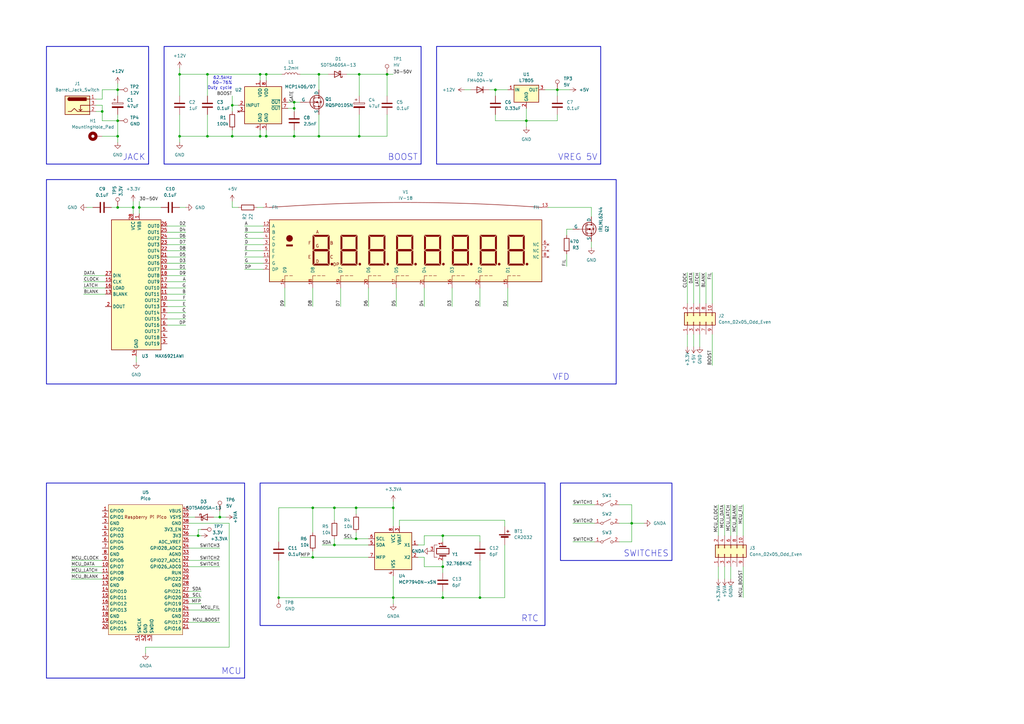
<source format=kicad_sch>
(kicad_sch (version 20230121) (generator eeschema)
  (paper "A3")
  (lib_symbols
    (symbol "Connector:Barrel_Jack_Switch" (pin_names hide)
      (property "Reference" "J" (at 0 5.334 0))
      (property "Value" "Barrel_Jack_Switch" (at 0 -5.08 0))
      (symbol "Barrel_Jack_Switch_1_1"
        (pin passive line (at 7.62 2.54 180) (length 2.54) (name "~") (number "1"))
        (pin passive line (at 7.62 -2.54 180) (length 2.54) (name "~") (number "2"))
        (pin passive line (at 7.62 0 180) (length 2.54) (name "~") (number "3"))
      )
    )
    (symbol "Connector:TestPoint" (pin_numbers hide) (pin_names (offset 0.762) hide)
      (property "Reference" "TP" (at 0 6.858 0))
      (property "Value" "TestPoint" (at 0 5.08 0))
      (symbol "TestPoint_1_1"
        (pin passive line (at 0 0 90) (length 2.54) (name "1") (number "1"))
      )
    )
    (symbol "Connector_Generic:Conn_02x05_Odd_Even" (pin_names (offset 1.016) hide)
      (property "Reference" "J" (at 1.27 7.62 0))
      (property "Value" "Conn_02x05_Odd_Even" (at 1.27 -7.62 0))
      (symbol "Conn_02x05_Odd_Even_1_1"
        (pin passive line (at -5.08 5.08 0) (length 3.81) (name "Pin_1") (number "1"))
        (pin passive line (at 7.62 -5.08 180) (length 3.81) (name "Pin_10") (number "10"))
        (pin passive line (at 7.62 5.08 180) (length 3.81) (name "Pin_2") (number "2"))
        (pin passive line (at -5.08 2.54 0) (length 3.81) (name "Pin_3") (number "3"))
        (pin passive line (at 7.62 2.54 180) (length 3.81) (name "Pin_4") (number "4"))
        (pin passive line (at -5.08 0 0) (length 3.81) (name "Pin_5") (number "5"))
        (pin passive line (at 7.62 0 180) (length 3.81) (name "Pin_6") (number "6"))
        (pin passive line (at -5.08 -2.54 0) (length 3.81) (name "Pin_7") (number "7"))
        (pin passive line (at 7.62 -2.54 180) (length 3.81) (name "Pin_8") (number "8"))
        (pin passive line (at -5.08 -5.08 0) (length 3.81) (name "Pin_9") (number "9"))
      )
    )
    (symbol "Device:Battery_Cell" (pin_numbers hide) (pin_names (offset 0) hide)
      (property "Reference" "BT" (at 2.54 2.54 0))
      (property "Value" "Battery_Cell" (at 2.54 0 0))
      (symbol "Battery_Cell_1_1"
        (pin passive line (at 0 5.08 270) (length 2.54) (name "+") (number "1"))
        (pin passive line (at 0 -2.54 90) (length 2.54) (name "-") (number "2"))
      )
    )
    (symbol "Device:C" (pin_numbers hide) (pin_names (offset 0.254))
      (property "Reference" "C" (at 0.635 2.54 0))
      (property "Value" "C" (at 0.635 -2.54 0))
      (symbol "C_1_1"
        (pin passive line (at 0 3.81 270) (length 2.794) (name "~") (number "1"))
        (pin passive line (at 0 -3.81 90) (length 2.794) (name "~") (number "2"))
      )
    )
    (symbol "Device:C_Polarized" (pin_numbers hide) (pin_names (offset 0.254))
      (property "Reference" "C" (at 0.635 2.54 0))
      (property "Value" "C_Polarized" (at 0.635 -2.54 0))
      (symbol "C_Polarized_1_1"
        (pin passive line (at 0 3.81 270) (length 2.794) (name "~") (number "1"))
        (pin passive line (at 0 -3.81 90) (length 2.794) (name "~") (number "2"))
      )
    )
    (symbol "Device:Crystal_GND3" (pin_names (offset 1.016) hide)
      (property "Reference" "Y" (at 0 5.715 0))
      (property "Value" "Crystal_GND3" (at 0 3.81 0))
      (symbol "Crystal_GND3_1_1"
        (pin passive line (at -3.81 0 0) (length 1.27) (name "1") (number "1"))
        (pin passive line (at 3.81 0 180) (length 1.27) (name "2") (number "2"))
        (pin passive line (at 0 -5.08 90) (length 1.27) (name "3") (number "3"))
      )
    )
    (symbol "Device:D" (pin_numbers hide) (pin_names (offset 1.016) hide)
      (property "Reference" "D" (at 0 2.54 0))
      (property "Value" "D" (at 0 -2.54 0))
      (symbol "D_1_1"
        (pin passive line (at -3.81 0 0) (length 2.54) (name "K") (number "1"))
        (pin passive line (at 3.81 0 180) (length 2.54) (name "A") (number "2"))
      )
    )
    (symbol "Device:D_Schottky" (pin_numbers hide) (pin_names (offset 1.016) hide)
      (property "Reference" "D" (at 0 2.54 0))
      (property "Value" "D_Schottky" (at 0 -2.54 0))
      (symbol "D_Schottky_1_1"
        (pin passive line (at -3.81 0 0) (length 2.54) (name "K") (number "1"))
        (pin passive line (at 3.81 0 180) (length 2.54) (name "A") (number "2"))
      )
    )
    (symbol "Device:L" (pin_numbers hide) (pin_names (offset 1.016) hide)
      (property "Reference" "L" (at -1.27 0 90))
      (property "Value" "L" (at 1.905 0 90))
      (symbol "L_1_1"
        (pin passive line (at 0 3.81 270) (length 1.27) (name "1") (number "1"))
        (pin passive line (at 0 -3.81 90) (length 1.27) (name "2") (number "2"))
      )
    )
    (symbol "Device:R" (pin_numbers hide) (pin_names (offset 0))
      (property "Reference" "R" (at 2.032 0 90))
      (property "Value" "R" (at 0 0 90))
      (symbol "R_1_1"
        (pin passive line (at 0 3.81 270) (length 1.27) (name "~") (number "1"))
        (pin passive line (at 0 -3.81 90) (length 1.27) (name "~") (number "2"))
      )
    )
    (symbol "MCU_RaspberryPi_and_Boards:Pico"
      (property "Reference" "U" (at -13.97 27.94 0))
      (property "Value" "Pico" (at 0 19.05 0))
      (symbol "Pico_0_0"
        (text "Raspberry Pi Pico" (at 0 21.59 0) (effects (font (size 1.27 1.27))))
      )
      (symbol "Pico_1_1"
        (pin bidirectional line (at -17.78 24.13 0) (length 2.54) (name "GPIO0") (number "1"))
        (pin bidirectional line (at -17.78 1.27 0) (length 2.54) (name "GPIO7") (number "10"))
        (pin bidirectional line (at -17.78 -1.27 0) (length 2.54) (name "GPIO8") (number "11"))
        (pin bidirectional line (at -17.78 -3.81 0) (length 2.54) (name "GPIO9") (number "12"))
        (pin power_in line (at -17.78 -6.35 0) (length 2.54) (name "GND") (number "13"))
        (pin bidirectional line (at -17.78 -8.89 0) (length 2.54) (name "GPIO10") (number "14"))
        (pin bidirectional line (at -17.78 -11.43 0) (length 2.54) (name "GPIO11") (number "15"))
        (pin bidirectional line (at -17.78 -13.97 0) (length 2.54) (name "GPIO12") (number "16"))
        (pin bidirectional line (at -17.78 -16.51 0) (length 2.54) (name "GPIO13") (number "17"))
        (pin power_in line (at -17.78 -19.05 0) (length 2.54) (name "GND") (number "18"))
        (pin bidirectional line (at -17.78 -21.59 0) (length 2.54) (name "GPIO14") (number "19"))
        (pin bidirectional line (at -17.78 21.59 0) (length 2.54) (name "GPIO1") (number "2"))
        (pin bidirectional line (at -17.78 -24.13 0) (length 2.54) (name "GPIO15") (number "20"))
        (pin bidirectional line (at 17.78 -24.13 180) (length 2.54) (name "GPIO16") (number "21"))
        (pin bidirectional line (at 17.78 -21.59 180) (length 2.54) (name "GPIO17") (number "22"))
        (pin power_in line (at 17.78 -19.05 180) (length 2.54) (name "GND") (number "23"))
        (pin bidirectional line (at 17.78 -16.51 180) (length 2.54) (name "GPIO18") (number "24"))
        (pin bidirectional line (at 17.78 -13.97 180) (length 2.54) (name "GPIO19") (number "25"))
        (pin bidirectional line (at 17.78 -11.43 180) (length 2.54) (name "GPIO20") (number "26"))
        (pin bidirectional line (at 17.78 -8.89 180) (length 2.54) (name "GPIO21") (number "27"))
        (pin power_in line (at 17.78 -6.35 180) (length 2.54) (name "GND") (number "28"))
        (pin bidirectional line (at 17.78 -3.81 180) (length 2.54) (name "GPIO22") (number "29"))
        (pin power_in line (at -17.78 19.05 0) (length 2.54) (name "GND") (number "3"))
        (pin input line (at 17.78 -1.27 180) (length 2.54) (name "RUN") (number "30"))
        (pin bidirectional line (at 17.78 1.27 180) (length 2.54) (name "GPIO26_ADC0") (number "31"))
        (pin bidirectional line (at 17.78 3.81 180) (length 2.54) (name "GPIO27_ADC1") (number "32"))
        (pin power_in line (at 17.78 6.35 180) (length 2.54) (name "AGND") (number "33"))
        (pin bidirectional line (at 17.78 8.89 180) (length 2.54) (name "GPIO28_ADC2") (number "34"))
        (pin power_in line (at 17.78 11.43 180) (length 2.54) (name "ADC_VREF") (number "35"))
        (pin power_in line (at 17.78 13.97 180) (length 2.54) (name "3V3") (number "36"))
        (pin input line (at 17.78 16.51 180) (length 2.54) (name "3V3_EN") (number "37"))
        (pin bidirectional line (at 17.78 19.05 180) (length 2.54) (name "GND") (number "38"))
        (pin power_in line (at 17.78 21.59 180) (length 2.54) (name "VSYS") (number "39"))
        (pin bidirectional line (at -17.78 16.51 0) (length 2.54) (name "GPIO2") (number "4"))
        (pin power_in line (at 17.78 24.13 180) (length 2.54) (name "VBUS") (number "40"))
        (pin input line (at -2.54 -29.21 90) (length 2.54) (name "SWCLK") (number "41"))
        (pin power_in line (at 0 -29.21 90) (length 2.54) (name "GND") (number "42"))
        (pin bidirectional line (at 2.54 -29.21 90) (length 2.54) (name "SWDIO") (number "43"))
        (pin bidirectional line (at -17.78 13.97 0) (length 2.54) (name "GPIO3") (number "5"))
        (pin bidirectional line (at -17.78 11.43 0) (length 2.54) (name "GPIO4") (number "6"))
        (pin bidirectional line (at -17.78 8.89 0) (length 2.54) (name "GPIO5") (number "7"))
        (pin power_in line (at -17.78 6.35 0) (length 2.54) (name "GND") (number "8"))
        (pin bidirectional line (at -17.78 3.81 0) (length 2.54) (name "GPIO6") (number "9"))
      )
    )
    (symbol "Mechanical:MountingHole_Pad" (pin_numbers hide) (pin_names (offset 1.016) hide)
      (property "Reference" "H" (at 0 6.35 0))
      (property "Value" "MountingHole_Pad" (at 0 4.445 0))
      (symbol "MountingHole_Pad_1_1"
        (pin input line (at 0 -2.54 90) (length 2.54) (name "1") (number "1"))
      )
    )
    (symbol "Regulator_Linear:L7805" (pin_names (offset 0.254))
      (property "Reference" "U" (at -3.81 3.175 0))
      (property "Value" "L7805" (at 0 3.175 0))
      (symbol "L7805_1_1"
        (pin power_in line (at -7.62 0 0) (length 2.54) (name "IN") (number "1"))
        (pin power_in line (at 0 -7.62 90) (length 2.54) (name "GND") (number "2"))
        (pin power_out line (at 7.62 0 180) (length 2.54) (name "OUT") (number "3"))
      )
    )
    (symbol "Switch:SW_SPST" (pin_names (offset 0) hide)
      (property "Reference" "SW" (at 0 3.175 0))
      (property "Value" "SW_SPST" (at 0 -2.54 0))
      (symbol "SW_SPST_1_1"
        (pin passive line (at -5.08 0 0) (length 2.54) (name "A") (number "1"))
        (pin passive line (at 5.08 0 180) (length 2.54) (name "B") (number "2"))
      )
    )
    (symbol "Timer_RTC:MCP7940N-xSN"
      (property "Reference" "U" (at -6.35 8.89 0))
      (property "Value" "MCP7940N-xSN" (at 11.43 8.89 0))
      (symbol "MCP7940N-xSN_1_1"
        (pin input line (at 10.16 2.54 180) (length 2.54) (name "X1") (number "1"))
        (pin output line (at 10.16 -2.54 180) (length 2.54) (name "X2") (number "2"))
        (pin power_in line (at 2.54 10.16 270) (length 2.54) (name "VBAT") (number "3"))
        (pin power_in line (at 0 -10.16 90) (length 2.54) (name "VSS") (number "4"))
        (pin bidirectional line (at -10.16 2.54 0) (length 2.54) (name "SDA") (number "5"))
        (pin input line (at -10.16 5.08 0) (length 2.54) (name "SCL") (number "6"))
        (pin open_collector line (at -10.16 -2.54 0) (length 2.54) (name "MFP") (number "7"))
        (pin power_in line (at 0 10.16 270) (length 2.54) (name "VCC") (number "8"))
      )
    )
    (symbol "power:+12V" (power) (pin_names (offset 0))
      (property "Value" "+12V" (at 0 3.556 0))
      (symbol "+12V_1_1"
        (pin power_in line (at 0 0 90) (length 0) hide (name "+12V") (number "1"))
      )
    )
    (symbol "power:+3.3V" (power) (pin_names (offset 0))
      (property "Value" "+3.3V" (at 0 3.556 0))
      (symbol "+3.3V_1_1"
        (pin power_in line (at 0 0 90) (length 0) hide (name "+3.3V") (number "1"))
      )
    )
    (symbol "power:+3.3VA" (power) (pin_names (offset 0))
      (property "Value" "+3.3VA" (at 0 3.556 0))
      (symbol "+3.3VA_1_1"
        (pin power_in line (at 0 0 90) (length 0) hide (name "+3.3VA") (number "1"))
      )
    )
    (symbol "power:+5V" (power) (pin_names (offset 0))
      (property "Value" "+5V" (at 0 3.556 0))
      (symbol "+5V_1_1"
        (pin power_in line (at 0 0 90) (length 0) hide (name "+5V") (number "1"))
      )
    )
    (symbol "power:+5VA" (power) (pin_names (offset 0))
      (property "Value" "+5VA" (at 0 3.556 0))
      (symbol "+5VA_1_1"
        (pin power_in line (at 0 0 90) (length 0) hide (name "+5VA") (number "1"))
      )
    )
    (symbol "power:GND" (power) (pin_names (offset 0))
      (property "Value" "GND" (at 0 -3.81 0))
      (symbol "GND_1_1"
        (pin power_in line (at 0 0 270) (length 0) hide (name "GND") (number "1"))
      )
    )
    (symbol "power:GNDA" (power) (pin_names (offset 0))
      (property "Value" "GNDA" (at 0 -3.81 0))
      (symbol "GNDA_1_1"
        (pin power_in line (at 0 0 270) (length 0) hide (name "GNDA") (number "1"))
      )
    )
    (symbol "vfd:IRLML6244" (pin_numbers hide) (pin_names (offset 0))
      (property "Reference" "Q" (at 5.08 1.27 0))
      (property "Value" "IRLML6244" (at 5.08 -1.27 0))
      (symbol "IRLML6244_1_1"
        (pin input line (at -5.08 0 0) (length 2.54) (name "G") (number "1"))
        (pin passive line (at 2.54 -5.08 90) (length 2.54) (name "S") (number "2"))
        (pin passive line (at 2.54 5.08 270) (length 2.54) (name "D") (number "3"))
      )
    )
    (symbol "vfd:IV-18" (pin_names (offset 1.016))
      (property "Reference" "V" (at -55.88 15.24 0))
      (property "Value" "IV-18" (at 55.88 15.24 0))
      (symbol "IV-18_1_1"
        (text "A" (at -36.195 6.985 0) (effects (font (size 1.27 1.27)) (justify bottom)))
        (text "B" (at -31.115 3.175 0) (effects (font (size 1.27 1.27)) (justify left)))
        (text "C\n" (at -31.115 -2.54 0) (effects (font (size 1.27 1.27)) (justify left)))
        (text "D" (at -36.195 -5.08 0) (effects (font (size 1.27 1.27)) (justify bottom)))
        (text "DP" (at -29.845 -6.35 0) (effects (font (size 1.27 1.27)) (justify left bottom)))
        (text "E" (at -38.735 -2.54 0) (effects (font (size 1.27 1.27)) (justify right)))
        (text "F" (at -38.735 3.175 0) (effects (font (size 1.27 1.27)) (justify right)))
        (text "G" (at -36.195 1.27 0) (effects (font (size 1.27 1.27)) (justify bottom)))
        (pin passive line (at -58.42 17.78 0) (length 2.54) (name "Fil") (number "1"))
        (pin passive line (at -58.42 7.62 0) (length 2.54) (name "B") (number "10"))
        (pin passive line (at -58.42 -2.54 0) (length 2.54) (name "F") (number "11"))
        (pin passive line (at -58.42 10.16 0) (length 2.54) (name "A") (number "12"))
        (pin passive line (at 58.42 17.78 180) (length 2.54) (name "Fil") (number "13"))
        (pin passive line (at -49.53 -15.24 90) (length 5.04) (name "D9") (number "14"))
        (pin passive line (at 41.91 -15.24 90) (length 5.04) (name "D1") (number "15"))
        (pin passive line (at 19.05 -15.24 90) (length 5.04) (name "D3") (number "16"))
        (pin passive line (at -3.81 -15.24 90) (length 5.04) (name "D5") (number "17"))
        (pin passive line (at -38.1 -15.24 90) (length 5.04) (name "D8") (number "18"))
        (pin passive line (at -26.67 -15.24 90) (length 5.04) (name "D7") (number "19"))
        (pin passive line (at -58.42 -7.62 0) (length 2.54) (name "DP") (number "2"))
        (pin passive line (at -15.24 -15.24 90) (length 5.04) (name "D6") (number "20"))
        (pin passive line (at 7.62 -15.24 90) (length 5.04) (name "D4") (number "21"))
        (pin passive line (at 30.48 -15.24 90) (length 5.04) (name "D2") (number "22"))
        (pin passive line (at -58.42 2.54 0) (length 2.54) (name "D") (number "3"))
        (pin passive line (at -58.42 5.08 0) (length 2.54) (name "C") (number "4"))
        (pin passive line (at -58.42 0 0) (length 2.54) (name "E") (number "5"))
        (pin no_connect line (at 58.42 2.54 180) (length 2.54) (name "NC") (number "6"))
        (pin no_connect line (at 58.42 0 180) (length 2.54) (name "NC") (number "7"))
        (pin no_connect line (at 58.42 -2.54 180) (length 2.54) (name "NC") (number "8"))
        (pin passive line (at -58.42 -5.08 0) (length 2.54) (name "G") (number "9"))
      )
    )
    (symbol "vfd:MAX6921AWI"
      (property "Reference" "U" (at -11.43 27.94 0))
      (property "Value" "MAX6921AWI" (at -10.16 -27.94 0))
      (symbol "MAX6921AWI_1_0"
        (pin power_in line (at 1.27 29.21 270) (length 2.54) (name "VBB") (number "1"))
        (pin output line (at 12.7 -6.35 180) (length 2.54) (name "OUT12") (number "10"))
        (pin output line (at 12.7 -3.81 180) (length 2.54) (name "OUT11") (number "11"))
        (pin output line (at 12.7 -1.27 180) (length 2.54) (name "OUT10") (number "12"))
        (pin input line (at -12.7 -3.81 0) (length 2.54) (name "BLANK") (number "13"))
        (pin power_in line (at 0 -29.21 90) (length 2.54) (name "GND") (number "14"))
        (pin input line (at -12.7 1.27 0) (length 2.54) (name "CLK") (number "15"))
        (pin input line (at -12.7 -1.27 0) (length 2.54) (name "LOAD") (number "16"))
        (pin output line (at 12.7 1.27 180) (length 2.54) (name "OUT9") (number "17"))
        (pin output line (at 12.7 3.81 180) (length 2.54) (name "OUT8") (number "18"))
        (pin output line (at 12.7 6.35 180) (length 2.54) (name "OUT7") (number "19"))
        (pin output line (at -12.7 -8.89 0) (length 2.54) (name "DOUT") (number "2"))
        (pin output line (at 12.7 8.89 180) (length 2.54) (name "OUT6") (number "20"))
        (pin output line (at 12.7 11.43 180) (length 2.54) (name "OUT5") (number "21"))
        (pin output line (at 12.7 13.97 180) (length 2.54) (name "OUT4") (number "22"))
        (pin output line (at 12.7 16.51 180) (length 2.54) (name "OUT3") (number "23"))
        (pin output line (at 12.7 19.05 180) (length 2.54) (name "OUT2") (number "24"))
        (pin output line (at 12.7 21.59 180) (length 2.54) (name "OUT1") (number "25"))
        (pin output line (at 12.7 24.13 180) (length 2.54) (name "OUT0") (number "26"))
        (pin input line (at -12.7 3.81 0) (length 2.54) (name "DIN") (number "27"))
        (pin power_in line (at -1.27 29.21 270) (length 2.54) (name "VCC") (number "28"))
        (pin output line (at 12.7 -24.13 180) (length 2.54) (name "OUT19") (number "3"))
        (pin output line (at 12.7 -21.59 180) (length 2.54) (name "OUT18") (number "4"))
        (pin output line (at 12.7 -19.05 180) (length 2.54) (name "OUT17") (number "5"))
        (pin output line (at 12.7 -16.51 180) (length 2.54) (name "OUT16") (number "6"))
        (pin output line (at 12.7 -13.97 180) (length 2.54) (name "OUT15") (number "7"))
        (pin output line (at 12.7 -11.43 180) (length 2.54) (name "OUT14") (number "8"))
        (pin output line (at 12.7 -8.89 180) (length 2.54) (name "OUT13") (number "9"))
      )
    )
    (symbol "vfd:MCP1406/07"
      (property "Reference" "U" (at -10.16 6.35 0))
      (property "Value" "MCP1406/07" (at 8.89 6.35 0))
      (symbol "MCP1406/07_1_1"
        (pin power_in line (at -1.27 10.16 270) (length 2.54) (name "VDD") (number "1"))
        (pin input line (at -10.16 0 0) (length 2.54) (name "INPUT") (number "2"))
        (pin no_connect line (at -10.16 -2.54 0) (length 2.54) (name "") (number "3"))
        (pin power_in line (at -1.27 -10.16 90) (length 2.54) (name "GND") (number "4"))
        (pin power_in line (at 1.27 -10.16 90) (length 2.54) (name "GND") (number "5"))
        (pin output line (at 10.16 1.27 180) (length 2.54) (name "~{OUT}") (number "6"))
        (pin output line (at 10.16 -1.27 180) (length 2.54) (name "~{OUT}") (number "7"))
        (pin power_in line (at 1.27 10.16 270) (length 2.54) (name "VDD") (number "8"))
      )
    )
    (symbol "vfd:RQ5P010SN" (pin_numbers hide) (pin_names (offset 0))
      (property "Reference" "Q" (at 5.08 1.27 0))
      (property "Value" "RQ5P010SN" (at 5.08 -1.27 0))
      (symbol "RQ5P010SN_1_1"
        (pin input line (at -5.08 0 0) (length 2.54) (name "G") (number "1"))
        (pin passive line (at 2.54 -5.08 90) (length 2.54) (name "S") (number "2"))
        (pin passive line (at 2.54 5.08 270) (length 2.54) (name "D") (number "3"))
      )
    )
  )
  (junction (at 106.68 55.88))
  (junction (at 81.28 219.71))
  (junction (at 181.61 219.71))
  (junction (at 128.27 208.28))
  (junction (at 57.15 85.09))
  (junction (at 181.61 232.41))
  (junction (at 109.22 55.88))
  (junction (at 48.26 49.53))
  (junction (at 130.81 55.88))
  (junction (at 95.25 43.18))
  (junction (at 259.08 214.63))
  (junction (at 203.2 36.83))
  (junction (at 228.6 36.83))
  (junction (at 54.61 85.09))
  (junction (at 90.17 212.09))
  (junction (at 48.26 36.83))
  (junction (at 109.22 30.48))
  (junction (at 128.27 228.6))
  (junction (at 85.09 55.88))
  (junction (at 137.16 223.52))
  (junction (at 215.9 49.53))
  (junction (at 41.91 45.72))
  (junction (at 147.32 55.88))
  (junction (at 147.32 30.48))
  (junction (at 161.29 245.11))
  (junction (at 158.75 30.48))
  (junction (at 161.29 208.28))
  (junction (at 120.65 41.91))
  (junction (at 73.66 30.48))
  (junction (at 146.05 220.98))
  (junction (at 137.16 208.28))
  (junction (at 120.65 44.45))
  (junction (at 73.66 55.88))
  (junction (at 130.81 30.48))
  (junction (at 196.85 245.11))
  (junction (at 48.26 55.88))
  (junction (at 146.05 208.28))
  (junction (at 95.25 55.88))
  (junction (at 106.68 30.48))
  (junction (at 48.26 85.09))
  (junction (at 114.3 245.11))
  (junction (at 85.09 30.48))
  (junction (at 181.61 245.11))
  (junction (at 120.65 55.88))
  (wire (pts (xy 73.66 55.88) (xy 73.66 46.99)))
  (wire (pts (xy 147.32 55.88) (xy 158.75 55.88)))
  (wire (pts (xy 73.66 39.37) (xy 73.66 30.48)))
  (wire (pts (xy 146.05 208.28) (xy 161.29 208.28)))
  (wire (pts (xy 142.24 30.48) (xy 147.32 30.48)))
  (wire (pts (xy 228.6 36.83) (xy 228.6 39.37)))
  (wire (pts (xy 215.9 49.53) (xy 215.9 52.07)))
  (wire (pts (xy 196.85 229.87) (xy 196.85 245.11)))
  (wire (pts (xy 48.26 49.53) (xy 48.26 55.88)))
  (wire (pts (xy 90.17 229.87) (xy 77.47 229.87)))
  (wire (pts (xy 90.17 209.55) (xy 90.17 212.09)))
  (wire (pts (xy 234.95 214.63) (xy 243.84 214.63)))
  (wire (pts (xy 162.56 125.73) (xy 162.56 118.11)))
  (wire (pts (xy 304.8 232.41) (xy 304.8 245.11)))
  (wire (pts (xy 163.83 213.36) (xy 207.01 213.36)))
  (wire (pts (xy 76.2 118.11) (xy 68.58 118.11)))
  (wire (pts (xy 41.91 45.72) (xy 41.91 49.53)))
  (wire (pts (xy 90.17 224.79) (xy 77.47 224.79)))
  (wire (pts (xy 130.81 30.48) (xy 130.81 36.83)))
  (wire (pts (xy 234.95 207.01) (xy 243.84 207.01)))
  (wire (pts (xy 254 207.01) (xy 259.08 207.01)))
  (wire (pts (xy 132.08 223.52) (xy 137.16 223.52)))
  (wire (pts (xy 85.09 30.48) (xy 106.68 30.48)))
  (wire (pts (xy 181.61 245.11) (xy 196.85 245.11)))
  (wire (pts (xy 109.22 33.02) (xy 109.22 30.48)))
  (wire (pts (xy 77.47 219.71) (xy 81.28 219.71)))
  (wire (pts (xy 196.85 219.71) (xy 196.85 222.25)))
  (wire (pts (xy 304.8 207.01) (xy 304.8 219.71)))
  (wire (pts (xy 146.05 220.98) (xy 140.97 220.98)))
  (wire (pts (xy 181.61 232.41) (xy 181.61 229.87)))
  (wire (pts (xy 281.94 111.76) (xy 281.94 124.46)))
  (wire (pts (xy 128.27 228.6) (xy 128.27 226.06)))
  (wire (pts (xy 106.68 55.88) (xy 95.25 55.88)))
  (wire (pts (xy 139.7 125.73) (xy 139.7 118.11)))
  (wire (pts (xy 173.99 223.52) (xy 173.99 219.71)))
  (wire (pts (xy 106.68 33.02) (xy 106.68 30.48)))
  (wire (pts (xy 76.2 125.73) (xy 68.58 125.73)))
  (wire (pts (xy 163.83 215.9) (xy 163.83 213.36)))
  (wire (pts (xy 116.84 125.73) (xy 116.84 118.11)))
  (wire (pts (xy 76.2 105.41) (xy 68.58 105.41)))
  (wire (pts (xy 234.95 222.25) (xy 243.84 222.25)))
  (wire (pts (xy 242.57 101.6) (xy 242.57 99.06)))
  (wire (pts (xy 109.22 30.48) (xy 115.57 30.48)))
  (wire (pts (xy 95.25 43.18) (xy 95.25 45.72)))
  (wire (pts (xy 292.1 111.76) (xy 292.1 124.46)))
  (wire (pts (xy 215.9 44.45) (xy 215.9 49.53)))
  (wire (pts (xy 173.99 125.73) (xy 173.99 118.11)))
  (wire (pts (xy 77.47 245.11) (xy 82.55 245.11)))
  (wire (pts (xy 81.28 217.17) (xy 82.55 217.17)))
  (wire (pts (xy 77.47 212.09) (xy 80.01 212.09)))
  (wire (pts (xy 158.75 30.48) (xy 158.75 39.37)))
  (wire (pts (xy 41.91 232.41) (xy 29.21 232.41)))
  (wire (pts (xy 151.13 125.73) (xy 151.13 118.11)))
  (wire (pts (xy 203.2 46.99) (xy 203.2 49.53)))
  (wire (pts (xy 95.25 85.09) (xy 97.79 85.09)))
  (wire (pts (xy 254 214.63) (xy 259.08 214.63)))
  (wire (pts (xy 59.69 265.43) (xy 59.69 267.97)))
  (wire (pts (xy 39.37 43.18) (xy 41.91 43.18)))
  (wire (pts (xy 100.33 110.49) (xy 107.95 110.49)))
  (wire (pts (xy 114.3 229.87) (xy 114.3 245.11)))
  (wire (pts (xy 181.61 242.57) (xy 181.61 245.11)))
  (wire (pts (xy 54.61 85.09) (xy 54.61 87.63)))
  (wire (pts (xy 100.33 105.41) (xy 107.95 105.41)))
  (wire (pts (xy 39.37 45.72) (xy 41.91 45.72)))
  (wire (pts (xy 76.2 133.35) (xy 68.58 133.35)))
  (wire (pts (xy 151.13 223.52) (xy 137.16 223.52)))
  (wire (pts (xy 77.47 232.41) (xy 90.17 232.41)))
  (wire (pts (xy 76.2 95.25) (xy 68.58 95.25)))
  (wire (pts (xy 95.25 55.88) (xy 85.09 55.88)))
  (wire (pts (xy 161.29 205.74) (xy 161.29 208.28)))
  (wire (pts (xy 228.6 36.83) (xy 233.68 36.83)))
  (wire (pts (xy 137.16 208.28) (xy 137.16 213.36)))
  (wire (pts (xy 259.08 207.01) (xy 259.08 214.63)))
  (wire (pts (xy 287.02 111.76) (xy 287.02 124.46)))
  (wire (pts (xy 57.15 85.09) (xy 57.15 87.63)))
  (wire (pts (xy 87.63 212.09) (xy 90.17 212.09)))
  (wire (pts (xy 128.27 125.73) (xy 128.27 118.11)))
  (wire (pts (xy 284.48 124.46) (xy 284.48 111.76)))
  (wire (pts (xy 106.68 53.34) (xy 106.68 55.88)))
  (wire (pts (xy 130.81 55.88) (xy 147.32 55.88)))
  (wire (pts (xy 203.2 36.83) (xy 208.28 36.83)))
  (wire (pts (xy 34.29 118.11) (xy 43.18 118.11)))
  (wire (pts (xy 114.3 208.28) (xy 114.3 222.25)))
  (wire (pts (xy 297.18 237.49) (xy 297.18 232.41)))
  (wire (pts (xy 118.11 41.91) (xy 120.65 41.91)))
  (wire (pts (xy 114.3 245.11) (xy 161.29 245.11)))
  (wire (pts (xy 200.66 36.83) (xy 203.2 36.83)))
  (wire (pts (xy 181.61 219.71) (xy 181.61 222.25)))
  (wire (pts (xy 208.28 125.73) (xy 208.28 118.11)))
  (wire (pts (xy 232.41 93.98) (xy 234.95 93.98)))
  (wire (pts (xy 120.65 41.91) (xy 123.19 41.91)))
  (wire (pts (xy 128.27 208.28) (xy 114.3 208.28)))
  (wire (pts (xy 41.91 36.83) (xy 48.26 36.83)))
  (wire (pts (xy 146.05 210.82) (xy 146.05 208.28)))
  (wire (pts (xy 41.91 49.53) (xy 48.26 49.53)))
  (wire (pts (xy 76.2 110.49) (xy 68.58 110.49)))
  (wire (pts (xy 120.65 44.45) (xy 120.65 45.72)))
  (wire (pts (xy 151.13 220.98) (xy 146.05 220.98)))
  (wire (pts (xy 228.6 46.99) (xy 228.6 49.53)))
  (wire (pts (xy 100.33 107.95) (xy 107.95 107.95)))
  (wire (pts (xy 43.18 113.03) (xy 34.29 113.03)))
  (wire (pts (xy 48.26 55.88) (xy 48.26 58.42)))
  (wire (pts (xy 146.05 208.28) (xy 137.16 208.28)))
  (wire (pts (xy 41.91 40.64) (xy 41.91 36.83)))
  (wire (pts (xy 48.26 85.09) (xy 54.61 85.09)))
  (wire (pts (xy 73.66 55.88) (xy 73.66 58.42)))
  (wire (pts (xy 54.61 82.55) (xy 54.61 85.09)))
  (wire (pts (xy 57.15 85.09) (xy 66.04 85.09)))
  (wire (pts (xy 242.57 85.09) (xy 224.79 85.09)))
  (wire (pts (xy 181.61 232.41) (xy 181.61 234.95)))
  (wire (pts (xy 294.64 237.49) (xy 294.64 232.41)))
  (wire (pts (xy 100.33 100.33) (xy 107.95 100.33)))
  (wire (pts (xy 76.2 130.81) (xy 68.58 130.81)))
  (wire (pts (xy 259.08 222.25) (xy 259.08 214.63)))
  (wire (pts (xy 196.85 125.73) (xy 196.85 118.11)))
  (wire (pts (xy 45.72 85.09) (xy 48.26 85.09)))
  (wire (pts (xy 100.33 102.87) (xy 107.95 102.87)))
  (wire (pts (xy 123.19 228.6) (xy 128.27 228.6)))
  (wire (pts (xy 85.09 30.48) (xy 85.09 39.37)))
  (wire (pts (xy 120.65 44.45) (xy 120.65 41.91)))
  (wire (pts (xy 299.72 207.01) (xy 299.72 219.71)))
  (wire (pts (xy 120.65 53.34) (xy 120.65 55.88)))
  (wire (pts (xy 41.91 55.88) (xy 48.26 55.88)))
  (wire (pts (xy 76.2 128.27) (xy 68.58 128.27)))
  (wire (pts (xy 48.26 34.29) (xy 48.26 36.83)))
  (wire (pts (xy 151.13 228.6) (xy 128.27 228.6)))
  (wire (pts (xy 55.88 146.05) (xy 55.88 148.59)))
  (wire (pts (xy 120.65 55.88) (xy 130.81 55.88)))
  (wire (pts (xy 29.21 229.87) (xy 41.91 229.87)))
  (wire (pts (xy 106.68 30.48) (xy 109.22 30.48)))
  (wire (pts (xy 299.72 237.49) (xy 299.72 232.41)))
  (wire (pts (xy 232.41 109.22) (xy 232.41 104.14)))
  (wire (pts (xy 259.08 214.63) (xy 264.16 214.63)))
  (wire (pts (xy 82.55 247.65) (xy 77.47 247.65)))
  (wire (pts (xy 82.55 242.57) (xy 77.47 242.57)))
  (wire (pts (xy 76.2 107.95) (xy 68.58 107.95)))
  (wire (pts (xy 147.32 30.48) (xy 147.32 39.37)))
  (wire (pts (xy 254 222.25) (xy 259.08 222.25)))
  (wire (pts (xy 100.33 95.25) (xy 107.95 95.25)))
  (wire (pts (xy 128.27 208.28) (xy 128.27 218.44)))
  (wire (pts (xy 232.41 96.52) (xy 232.41 93.98)))
  (wire (pts (xy 34.29 120.65) (xy 43.18 120.65)))
  (wire (pts (xy 76.2 92.71) (xy 68.58 92.71)))
  (wire (pts (xy 95.25 82.55) (xy 95.25 85.09)))
  (wire (pts (xy 57.15 82.55) (xy 57.15 85.09)))
  (wire (pts (xy 203.2 36.83) (xy 203.2 39.37)))
  (wire (pts (xy 109.22 55.88) (xy 120.65 55.88)))
  (wire (pts (xy 41.91 43.18) (xy 41.91 45.72)))
  (wire (pts (xy 35.56 85.09) (xy 38.1 85.09)))
  (wire (pts (xy 242.57 85.09) (xy 242.57 88.9)))
  (wire (pts (xy 29.21 234.95) (xy 41.91 234.95)))
  (wire (pts (xy 81.28 217.17) (xy 81.28 219.71)))
  (wire (pts (xy 73.66 85.09) (xy 76.2 85.09)))
  (wire (pts (xy 215.9 49.53) (xy 228.6 49.53)))
  (wire (pts (xy 130.81 55.88) (xy 130.81 46.99)))
  (wire (pts (xy 289.56 111.76) (xy 289.56 124.46)))
  (wire (pts (xy 29.21 237.49) (xy 41.91 237.49)))
  (wire (pts (xy 190.5 36.83) (xy 193.04 36.83)))
  (wire (pts (xy 105.41 85.09) (xy 107.95 85.09)))
  (wire (pts (xy 76.2 123.19) (xy 68.58 123.19)))
  (wire (pts (xy 77.47 255.27) (xy 90.17 255.27)))
  (wire (pts (xy 93.98 265.43) (xy 59.69 265.43)))
  (wire (pts (xy 97.79 43.18) (xy 95.25 43.18)))
  (wire (pts (xy 161.29 245.11) (xy 161.29 247.65)))
  (wire (pts (xy 109.22 53.34) (xy 109.22 55.88)))
  (wire (pts (xy 76.2 113.03) (xy 68.58 113.03)))
  (wire (pts (xy 48.26 36.83) (xy 48.26 39.37)))
  (wire (pts (xy 173.99 232.41) (xy 181.61 232.41)))
  (wire (pts (xy 90.17 250.19) (xy 77.47 250.19)))
  (wire (pts (xy 137.16 223.52) (xy 137.16 220.98)))
  (wire (pts (xy 118.11 44.45) (xy 120.65 44.45)))
  (wire (pts (xy 147.32 55.88) (xy 147.32 46.99)))
  (wire (pts (xy 207.01 213.36) (xy 207.01 215.9)))
  (wire (pts (xy 76.2 102.87) (xy 68.58 102.87)))
  (wire (pts (xy 147.32 30.48) (xy 158.75 30.48)))
  (wire (pts (xy 73.66 30.48) (xy 85.09 30.48)))
  (wire (pts (xy 185.42 125.73) (xy 185.42 118.11)))
  (wire (pts (xy 161.29 236.22) (xy 161.29 245.11)))
  (wire (pts (xy 281.94 142.24) (xy 281.94 137.16)))
  (wire (pts (xy 294.64 207.01) (xy 294.64 219.71)))
  (wire (pts (xy 130.81 30.48) (xy 134.62 30.48)))
  (wire (pts (xy 100.33 97.79) (xy 107.95 97.79)))
  (wire (pts (xy 81.28 219.71) (xy 82.55 219.71)))
  (wire (pts (xy 77.47 214.63) (xy 93.98 214.63)))
  (wire (pts (xy 85.09 55.88) (xy 73.66 55.88)))
  (wire (pts (xy 297.18 219.71) (xy 297.18 207.01)))
  (wire (pts (xy 76.2 120.65) (xy 68.58 120.65)))
  (wire (pts (xy 106.68 55.88) (xy 109.22 55.88)))
  (wire (pts (xy 173.99 228.6) (xy 173.99 232.41)))
  (wire (pts (xy 90.17 212.09) (xy 92.71 212.09)))
  (wire (pts (xy 284.48 142.24) (xy 284.48 137.16)))
  (wire (pts (xy 171.45 223.52) (xy 173.99 223.52)))
  (wire (pts (xy 292.1 137.16) (xy 292.1 149.86)))
  (wire (pts (xy 123.19 30.48) (xy 130.81 30.48)))
  (wire (pts (xy 73.66 27.94) (xy 73.66 30.48)))
  (wire (pts (xy 223.52 36.83) (xy 228.6 36.83)))
  (wire (pts (xy 181.61 219.71) (xy 196.85 219.71)))
  (wire (pts (xy 76.2 115.57) (xy 68.58 115.57)))
  (wire (pts (xy 302.26 207.01) (xy 302.26 219.71)))
  (wire (pts (xy 207.01 245.11) (xy 196.85 245.11)))
  (wire (pts (xy 93.98 214.63) (xy 93.98 265.43)))
  (wire (pts (xy 39.37 40.64) (xy 41.91 40.64)))
  (wire (pts (xy 161.29 208.28) (xy 161.29 215.9)))
  (wire (pts (xy 207.01 223.52) (xy 207.01 245.11)))
  (wire (pts (xy 158.75 30.48) (xy 161.29 30.48)))
  (wire (pts (xy 95.25 53.34) (xy 95.25 55.88)))
  (wire (pts (xy 173.99 219.71) (xy 181.61 219.71)))
  (wire (pts (xy 137.16 208.28) (xy 128.27 208.28)))
  (wire (pts (xy 100.33 92.71) (xy 107.95 92.71)))
  (wire (pts (xy 34.29 115.57) (xy 43.18 115.57)))
  (wire (pts (xy 76.2 97.79) (xy 68.58 97.79)))
  (wire (pts (xy 95.25 39.37) (xy 95.25 43.18)))
  (wire (pts (xy 287.02 142.24) (xy 287.02 137.16)))
  (wire (pts (xy 76.2 100.33) (xy 68.58 100.33)))
  (wire (pts (xy 48.26 49.53) (xy 48.26 46.99)))
  (wire (pts (xy 161.29 245.11) (xy 181.61 245.11)))
  (wire (pts (xy 171.45 228.6) (xy 173.99 228.6)))
  (wire (pts (xy 158.75 55.88) (xy 158.75 46.99)))
  (wire (pts (xy 85.09 46.99) (xy 85.09 55.88)))
  (wire (pts (xy 146.05 220.98) (xy 146.05 218.44)))
  (wire (pts (xy 203.2 49.53) (xy 215.9 49.53)))
  (rectangle (start 179.07 19.05) (end 246.38 67.31) (stroke (width 0.3)))
  (rectangle (start 229.87 198.12) (end 275.59 229.87) (stroke (width 0.3)))
  (rectangle (start 106.68 198.12) (end 223.52 256.54) (stroke (width 0.3)))
  (rectangle (start 67.31 19.05) (end 172.72 67.31) (stroke (width 0.3)))
  (rectangle (start 19.05 198.12) (end 100.33 278.13) (stroke (width 0.3)))
  (rectangle (start 19.05 73.66) (end 252.73 157.48) (stroke (width 0.3)))
  (rectangle (start 19.05 19.05) (end 60.96 67.31) (stroke (width 0.3)))
  (text "MCU" (at 99.06 276.86 0) (effects (font (size 2.54 2.54)) (justify right bottom)))
  (text "SWITCHES" (at 274.32 228.6 0) (effects (font (size 2.54 2.54)) (justify right bottom)))
  (text "62.5kHz\n60-76%\nDuty cycle" (at 95.25 36.83 0) (effects (font (size 1.27 1.27)) (justify right bottom)))
  (text "JACK" (at 59.69 66.04 0) (effects (font (size 2.54 2.54)) (justify right bottom)))
  (text "VFD" (at 233.68 156.21 0) (effects (font (size 2.54 2.54)) (justify right bottom)))
  (text "BOOST" (at 171.45 66.04 0) (effects (font (size 2.54 2.54)) (justify right bottom)))
  (text "VREG 5V" (at 245.11 66.04 0) (effects (font (size 2.54 2.54)) (justify right bottom)))
  (text "RTC" (at 220.98 255.27 0) (effects (font (size 2.54 2.54)) (justify right bottom)))
  (label "DP" (at 100.33 110.49 0))
  (label "MCU_LATCH" (at 299.72 207.01 270))
  (label "MCU_CLOCK" (at 29.21 229.87 0))
  (label "DATA" (at 34.29 113.03 0))
  (label "MCU_DATA" (at 29.21 232.41 0))
  (label "MCU_FIL" (at 90.17 250.19 180))
  (label "D3" (at 185.42 125.73 90))
  (label "SWITCH2" (at 90.17 229.87 180))
  (label "G" (at 76.2 118.11 180))
  (label "SDA" (at 132.08 223.52 0))
  (label "BOOST" (at 95.25 39.37 180))
  (label "FIL" (at 292.1 111.76 270))
  (label "D9" (at 116.84 125.73 90))
  (label "A" (at 76.2 115.57 180))
  (label "D7" (at 139.7 125.73 90))
  (label "MFP" (at 123.19 228.6 0))
  (label "D1" (at 76.2 110.49 180))
  (label "A" (at 100.33 92.71 0))
  (label "FIL" (at 232.41 109.22 90))
  (label "SCL" (at 140.97 220.98 0))
  (label "SWITCH1" (at 90.17 232.41 180))
  (label "D3" (at 76.2 107.95 180))
  (label "MCU_BLANK" (at 302.26 207.01 270))
  (label "BOOST" (at 292.1 149.86 90))
  (label "DP" (at 76.2 133.35 180))
  (label "D4" (at 76.2 95.25 180))
  (label "BLANK" (at 34.29 120.65 0))
  (label "F" (at 100.33 105.41 0))
  (label "D4" (at 173.99 125.73 90))
  (label "D" (at 100.33 100.33 0))
  (label "LATCH" (at 287.02 111.76 270))
  (label "MCU_LATCH" (at 29.21 234.95 0))
  (label "D6" (at 151.13 125.73 90))
  (label "SWITCH1" (at 234.95 207.01 0))
  (label "MCU_DATA" (at 297.18 207.01 270))
  (label "SWITCH2" (at 234.95 214.63 0))
  (label "CLOCK" (at 281.94 111.76 270))
  (label "CLOCK" (at 34.29 115.57 0))
  (label "BLANK" (at 289.56 111.76 270))
  (label "D6" (at 76.2 97.79 180))
  (label "D9" (at 76.2 113.03 180))
  (label "D5" (at 162.56 125.73 90))
  (label "D8" (at 128.27 125.73 90))
  (label "C" (at 76.2 128.27 180))
  (label "F" (at 76.2 123.19 180))
  (label "LATCH" (at 34.29 118.11 0))
  (label "E" (at 100.33 102.87 0))
  (label "DATA" (at 284.48 111.76 270))
  (label "D8" (at 76.2 102.87 180))
  (label "D" (at 76.2 130.81 180))
  (label "D5" (at 76.2 105.41 180))
  (label "B" (at 76.2 120.65 180))
  (label "MCU_BOOST" (at 304.8 245.11 90))
  (label "30-50V" (at 161.29 30.48 0))
  (label "30-50V" (at 57.15 82.55 0))
  (label "MCU_CLOCK" (at 294.64 207.01 270))
  (label "MCU_BLANK" (at 29.21 237.49 0))
  (label "MCU_BOOST" (at 90.17 255.27 180))
  (label "SCL" (at 82.55 245.11 180))
  (label "SWITCH3" (at 234.95 222.25 0))
  (label "GATE" (at 120.65 41.91 90))
  (label "D1" (at 208.28 125.73 90))
  (label "B" (at 100.33 95.25 0))
  (label "SWITCH3" (at 90.17 224.79 180))
  (label "G" (at 100.33 107.95 0))
  (label "D7" (at 76.2 100.33 180))
  (label "E" (at 76.2 125.73 180))
  (label "C" (at 100.33 97.79 0))
  (label "D2" (at 76.2 92.71 180))
  (label "D2" (at 196.85 125.73 90))
  (label "MCU_FIL" (at 304.8 207.01 270))
  (label "SDA" (at 82.55 242.57 180))
  (label "MFP" (at 82.55 247.65 180))
  (symbol (lib_id "power:+12V") (at 73.66 27.94 0) (unit 1)
    (property "Reference" "#PWR01" (effects hide))
    (property "Value" "+12V" (at 73.66 22.86 0))
  )
  (symbol (lib_id "Switch:SW_SPST") (at 248.92 207.01 0) (unit 1)
    (property "Reference" "SW1" (at 248.92 203.2 0))
    (property "Value" "SW_SPST" (effects hide))
    (property "Footprint" "Button_Switch_THT:SW_Tactile_SPST_Angled_PTS645Vx83-2LFS" (effects hide))
  )
  (symbol (lib_id "power:+5VA") (at 297.18 237.49 180) (unit 1)
    (property "Reference" "#PWR023" (effects hide))
    (property "Value" "+5VA" (at 297.18 242.57 90))
  )
  (symbol (lib_id "power:+5V") (at 95.25 82.55 0) (unit 1)
    (property "Reference" "#PWR09" (effects hide))
    (property "Value" "+5V" (at 95.25 77.47 0))
  )
  (symbol (lib_id "Device:C") (at 203.2 43.18 0) (unit 1)
    (property "Reference" "C6" (at 207.01 41.91 0) (effects (justify left)))
    (property "Value" "0.33uF" (at 207.01 44.45 0) (effects (justify left)))
    (property "Footprint" "Capacitor_SMD:C_1206_3216Metric_Pad1.33x1.80mm_HandSolder" (effects hide))
  )
  (symbol (lib_id "vfd:MAX6921AWI") (at 55.88 116.84 0) (unit 1)
    (property "Reference" "U3" (at 58.0741 146.05 0) (effects (justify left)))
    (property "Value" "MAX6921AWI" (at 63.5 146.05 0) (effects (justify left)))
    (property "Footprint" "Package_SO:SOIC-28W_7.5x17.9mm_P1.27mm" (effects hide))
    (property "Datasheet" "https://www.mouser.de/datasheet/2/609/MAX6921_MAX6931-3130988.pdf" (effects hide))
  )
  (symbol (lib_id "Connector:TestPoint") (at 48.26 36.83 270) (unit 1)
    (property "Reference" "TP2" (at 53.34 35.56 90) (effects (justify left)))
    (property "Value" "12V" (at 53.34 38.1 90) (effects (justify left)))
    (property "Footprint" "TestPoint:TestPoint_THTPad_D1.5mm_Drill0.7mm" (effects hide))
  )
  (symbol (lib_id "Device:C") (at 73.66 43.18 0) (unit 1)
    (property "Reference" "C2" (at 77.47 41.91 0) (effects (justify left)))
    (property "Value" "1uF" (at 77.47 44.45 0) (effects (justify left)))
    (property "Footprint" "Capacitor_THT:C_Rect_L7.2mm_W5.5mm_P5.00mm_FKS2_FKP2_MKS2_MKP2" (effects hide))
  )
  (symbol (lib_id "Device:R") (at 101.6 85.09 90) (unit 1)
    (property "Reference" "R2" (at 100.33 90.17 0) (effects (justify left)))
    (property "Value" "22" (at 102.87 90.17 0) (effects (justify left)))
    (property "Footprint" "Resistor_SMD:R_1206_3216Metric_Pad1.30x1.75mm_HandSolder" (effects hide))
  )
  (symbol (lib_id "Connector_Generic:Conn_02x05_Odd_Even") (at 287.02 132.08 90) (unit 1)
    (property "Reference" "J2" (at 294.64 129.54 90) (effects (justify right)))
    (property "Value" "Conn_02x05_Odd_Even" (at 294.64 132.08 90) (effects (justify right)))
    (property "Footprint" "Connector_PinSocket_2.54mm:PinSocket_2x05_P2.54mm_Vertical" (effects hide))
  )
  (symbol (lib_id "Device:D_Schottky") (at 138.43 30.48 180) (unit 1)
    (property "Reference" "D1" (at 138.7475 24.13 0))
    (property "Value" "SDT5A60SA-13" (at 138.7475 26.67 0))
    (property "Footprint" "Diode_SMD:D_SMA_Handsoldering" (effects hide))
  )
  (symbol (lib_id "power:+5V") (at 284.48 142.24 180) (unit 1)
    (property "Reference" "#PWR014" (effects hide))
    (property "Value" "+5V" (at 284.48 147.32 90))
  )
  (symbol (lib_id "power:GND") (at 215.9 52.07 0) (unit 1)
    (property "Reference" "#PWR05" (effects hide))
    (property "Value" "GND" (at 215.9 57.15 0))
  )
  (symbol (lib_id "Device:D") (at 196.85 36.83 180) (unit 1)
    (property "Reference" "D2" (at 196.85 30.48 0))
    (property "Value" "FM4004-W" (at 196.85 33.02 0))
    (property "Footprint" "Diode_SMD:D_SMA_Handsoldering" (effects hide))
    (property "Sim.Device" "D" (effects hide))
    (property "Sim.Pins" "1=K 2=A" (effects hide))
  )
  (symbol (lib_id "Device:Crystal_GND3") (at 181.61 226.06 270) (unit 1)
    (property "Reference" "Y1" (at 185.42 227.33 90) (effects (justify left)))
    (property "Value" "32.768KHZ" (at 182.88 231.14 90) (effects (justify left)))
    (property "Footprint" "vfd:Crystal_DS26_D2.0mm_L6.0mm_Horizontal_Grounded_SMT" (effects hide))
  )
  (symbol (lib_id "Device:R") (at 146.05 214.63 0) (unit 1)
    (property "Reference" "R4" (at 140.97 213.36 0) (effects (justify left)))
    (property "Value" "10k" (at 140.97 215.9 0) (effects (justify left)))
    (property "Footprint" "Resistor_SMD:R_1206_3216Metric_Pad1.30x1.75mm_HandSolder" (effects hide))
  )
  (symbol (lib_id "Device:C") (at 158.75 43.18 0) (unit 1)
    (property "Reference" "C5" (at 162.56 41.91 0) (effects (justify left)))
    (property "Value" "0.1uF" (at 162.56 44.45 0) (effects (justify left)))
    (property "Footprint" "Capacitor_SMD:C_1206_3216Metric_Pad1.33x1.80mm_HandSolder" (effects hide))
  )
  (symbol (lib_id "Device:C") (at 181.61 238.76 0) (unit 1)
    (property "Reference" "C13" (at 185.42 237.49 0) (effects (justify left)))
    (property "Value" "6pF" (at 185.42 240.03 0) (effects (justify left)))
    (property "Footprint" "Capacitor_SMD:C_1206_3216Metric_Pad1.33x1.80mm_HandSolder" (effects hide))
  )
  (symbol (lib_id "Device:C") (at 114.3 226.06 0) (unit 1)
    (property "Reference" "C11" (at 118.11 224.79 0) (effects (justify left)))
    (property "Value" "0.1uF" (at 118.11 227.33 0) (effects (justify left)))
    (property "Footprint" "Capacitor_SMD:C_1206_3216Metric_Pad1.33x1.80mm_HandSolder" (effects hide))
  )
  (symbol (lib_id "Device:R") (at 95.25 49.53 0) (unit 1)
    (property "Reference" "R1" (at 90.17 48.26 0) (effects (justify left)))
    (property "Value" "100k" (at 88.9 50.8 0) (effects (justify left)))
    (property "Footprint" "Resistor_SMD:R_1206_3216Metric_Pad1.30x1.75mm_HandSolder" (effects hide))
  )
  (symbol (lib_id "Device:C") (at 120.65 49.53 0) (unit 1)
    (property "Reference" "C8" (at 124.46 48.26 0) (effects (justify left)))
    (property "Value" "2.5nF" (at 124.46 50.8 0) (effects (justify left)))
    (property "Footprint" "Capacitor_SMD:C_1206_3216Metric_Pad1.33x1.80mm_HandSolder" (effects hide))
  )
  (symbol (lib_id "Connector:Barrel_Jack_Switch") (at 31.75 43.18 0) (unit 1)
    (property "Reference" "J1" (at 31.75 34.29 0))
    (property "Value" "Barrel_Jack_Switch" (at 31.75 36.83 0))
    (property "Footprint" "Connector_BarrelJack:BarrelJack_Wuerth_6941xx301002" (effects hide))
  )
  (symbol (lib_id "vfd:RQ5P010SN") (at 128.27 41.91 0) (unit 1)
    (property "Reference" "Q1" (at 133.35 40.64 0) (effects (justify left)))
    (property "Value" "RQ5P010SN" (at 133.35 43.18 0) (effects (justify left)))
    (property "Footprint" "Package_TO_SOT_SMD:SOT-23_Handsoldering" (effects hide))
    (property "Datasheet" "https://ngspice.sourceforge.io/docs/ngspice-manual.pdf" (effects hide))
    (property "Sim.Device" "NMOS" (effects hide))
    (property "Sim.Type" "VDMOS" (effects hide))
    (property "Sim.Pins" "1=D 2=G 3=S" (effects hide))
  )
  (symbol (lib_id "power:+12V") (at 48.26 34.29 0) (unit 1)
    (property "Reference" "#PWR02" (effects hide))
    (property "Value" "+12V" (at 48.26 29.21 0))
  )
  (symbol (lib_id "power:+3.3V") (at 281.94 142.24 180) (unit 1)
    (property "Reference" "#PWR013" (effects hide))
    (property "Value" "+3.3V" (at 281.94 147.32 90))
  )
  (symbol (lib_id "Device:R") (at 137.16 217.17 0) (unit 1)
    (property "Reference" "R5" (at 132.08 215.9 0) (effects (justify left)))
    (property "Value" "10k" (at 132.08 218.44 0) (effects (justify left)))
    (property "Footprint" "Resistor_SMD:R_1206_3216Metric_Pad1.30x1.75mm_HandSolder" (effects hide))
  )
  (symbol (lib_id "power:GND") (at 35.56 85.09 270) (unit 1)
    (property "Reference" "#PWR010" (effects hide))
    (property "Value" "GND" (at 31.75 85.09 90) (effects (justify right)))
  )
  (symbol (lib_id "Connector:TestPoint") (at 90.17 209.55 0) (unit 1)
    (property "Reference" "TP6" (at 92.71 204.978 0) (effects (justify left)))
    (property "Value" "5V" (at 92.71 207.518 0) (effects (justify left)))
    (property "Footprint" "TestPoint:TestPoint_THTPad_D1.5mm_Drill0.7mm" (effects hide))
  )
  (symbol (lib_id "power:+3.3VA") (at 294.64 237.49 180) (unit 1)
    (property "Reference" "#PWR022" (effects hide))
    (property "Value" "+3.3VA" (at 294.64 240.03 90) (effects (justify left)))
  )
  (symbol (lib_id "Device:C") (at 228.6 43.18 0) (unit 1)
    (property "Reference" "C7" (at 232.41 41.91 0) (effects (justify left)))
    (property "Value" "0.1uF" (at 232.41 44.45 0) (effects (justify left)))
    (property "Footprint" "Capacitor_SMD:C_1206_3216Metric_Pad1.33x1.80mm_HandSolder" (effects hide))
  )
  (symbol (lib_id "power:GND") (at 73.66 58.42 0) (unit 1)
    (property "Reference" "#PWR07" (effects hide))
    (property "Value" "GND" (at 73.66 63.5 0))
  )
  (symbol (lib_id "power:+3.3V") (at 54.61 82.55 0) (unit 1)
    (property "Reference" "#PWR08" (effects hide))
    (property "Value" "+3.3V" (at 54.61 77.47 0))
  )
  (symbol (lib_id "Timer_RTC:MCP7940N-xSN") (at 161.29 226.06 0) (unit 1)
    (property "Reference" "U4" (at 163.4841 236.22 0) (effects (justify left)))
    (property "Value" "MCP7940N-xSN" (at 163.4841 238.76 0) (effects (justify left)))
    (property "Footprint" "Package_SO:SOIC-8_3.9x4.9mm_P1.27mm" (effects hide))
    (property "Datasheet" "http://ww1.microchip.com/downloads/en/DeviceDoc/20005010F.pdf" (effects hide))
  )
  (symbol (lib_id "Device:Battery_Cell") (at 207.01 220.98 0) (unit 1)
    (property "Reference" "BT1" (at 210.82 217.8685 0) (effects (justify left)))
    (property "Value" "CR2032" (at 210.82 220.4085 0) (effects (justify left)))
    (property "Footprint" "Battery:BatteryHolder_Keystone_3002_1x2032" (effects hide))
  )
  (symbol (lib_id "Device:D_Schottky") (at 83.82 212.09 0) (unit 1)
    (property "Reference" "D3" (at 83.5025 205.74 0))
    (property "Value" "SDT5A60SA-13" (at 83.5025 208.28 0))
    (property "Footprint" "Diode_SMD:D_SMA_Handsoldering" (effects hide))
  )
  (symbol (lib_id "power:GNDA") (at 299.72 237.49 0) (unit 1)
    (property "Reference" "#PWR024" (effects hide))
    (property "Value" "GNDA" (at 299.72 242.57 90))
  )
  (symbol (lib_id "Connector_Generic:Conn_02x05_Odd_Even") (at 299.72 227.33 90) (unit 1)
    (property "Reference" "J3" (at 307.34 224.79 90) (effects (justify right)))
    (property "Value" "Conn_02x05_Odd_Even" (at 307.34 227.33 90) (effects (justify right)))
    (property "Footprint" "Connector_PinSocket_2.54mm:PinSocket_2x05_P2.54mm_Vertical" (effects hide))
  )
  (symbol (lib_id "Device:C") (at 41.91 85.09 90) (unit 1)
    (property "Reference" "C9" (at 41.91 77.47 90))
    (property "Value" "0.1uF" (at 41.91 80.01 90))
    (property "Footprint" "Capacitor_SMD:C_1206_3216Metric_Pad1.33x1.80mm_HandSolder" (effects hide))
  )
  (symbol (lib_id "Device:C_Polarized") (at 147.32 43.18 0) (unit 1)
    (property "Reference" "C4" (at 151.13 41.021 0) (effects (justify left)))
    (property "Value" "47uF" (at 151.13 43.561 0) (effects (justify left)))
    (property "Footprint" "Capacitor_THT:CP_Radial_D8.0mm_P3.50mm" (effects hide))
  )
  (symbol (lib_id "Device:C") (at 69.85 85.09 90) (unit 1)
    (property "Reference" "C10" (at 69.85 77.47 90))
    (property "Value" "0.1uF" (at 69.85 80.01 90))
    (property "Footprint" "Capacitor_SMD:C_1206_3216Metric_Pad1.33x1.80mm_HandSolder" (effects hide))
  )
  (symbol (lib_id "Mechanical:MountingHole_Pad") (at 39.37 55.88 90) (unit 1)
    (property "Reference" "H1" (at 38.1 49.53 90))
    (property "Value" "MountingHole_Pad" (at 38.1 52.07 90))
    (property "Footprint" "MountingHole:MountingHole_3.2mm_M3_DIN965_Pad" (effects hide))
  )
  (symbol (lib_id "Device:C") (at 196.85 226.06 0) (unit 1)
    (property "Reference" "C12" (at 200.66 224.79 0) (effects (justify left)))
    (property "Value" "6pF" (at 200.66 227.33 0) (effects (justify left)))
    (property "Footprint" "Capacitor_SMD:C_1206_3216Metric_Pad1.33x1.80mm_HandSolder" (effects hide))
  )
  (symbol (lib_id "Device:L") (at 119.38 30.48 90) (unit 1)
    (property "Reference" "L1" (at 119.38 25.4 90))
    (property "Value" "1.2mH" (at 119.38 27.94 90))
    (property "Footprint" "Inductor_THT:L_Radial_D9.5mm_P5.00mm_Fastron_07HVP" (effects hide))
  )
  (symbol (lib_id "vfd:IRLML6244") (at 240.03 93.98 0) (unit 1)
    (property "Reference" "Q2" (at 248.92 95.25 90) (effects (justify left)))
    (property "Value" "IRLML6244" (at 246.38 95.25 90) (effects (justify left)))
    (property "Footprint" "Package_TO_SOT_SMD:SOT-23_Handsoldering" (effects hide))
    (property "Datasheet" "https://ngspice.sourceforge.io/docs/ngspice-manual.pdf" (effects hide))
    (property "Sim.Device" "NMOS" (effects hide))
    (property "Sim.Type" "VDMOS" (effects hide))
    (property "Sim.Pins" "1=D 2=G 3=S" (effects hide))
  )
  (symbol (lib_id "power:GND") (at 242.57 101.6 0) (unit 1)
    (property "Reference" "#PWR012" (effects hide))
    (property "Value" "GND" (at 242.57 106.68 0))
  )
  (symbol (lib_id "power:GNDA") (at 176.53 226.06 270) (unit 1)
    (property "Reference" "#PWR021" (effects hide))
    (property "Value" "GNDA" (at 173.99 226.06 90) (effects (justify right)))
  )
  (symbol (lib_id "power:GND") (at 287.02 142.24 0) (unit 1)
    (property "Reference" "#PWR015" (effects hide))
    (property "Value" "GND" (at 287.02 147.32 90))
  )
  (symbol (lib_id "power:GNDA") (at 59.69 267.97 0) (unit 1)
    (property "Reference" "#PWR026" (effects hide))
    (property "Value" "GNDA" (at 59.69 273.05 0))
  )
  (symbol (lib_id "power:+5VA") (at 92.71 212.09 270) (unit 1)
    (property "Reference" "#PWR018" (effects hide))
    (property "Value" "+5VA" (at 96.52 209.55 0) (effects (justify left)))
  )
  (symbol (lib_id "power:+5V") (at 233.68 36.83 270) (unit 1)
    (property "Reference" "#PWR04" (effects hide))
    (property "Value" "+5V" (at 237.49 36.83 90) (effects (justify left)))
  )
  (symbol (lib_id "power:GND") (at 55.88 148.59 0) (unit 1)
    (property "Reference" "#PWR016" (effects hide))
    (property "Value" "GND" (at 55.88 153.67 0))
  )
  (symbol (lib_id "power:+3.3VA") (at 82.55 219.71 270) (unit 1)
    (property "Reference" "#PWR020" (effects hide))
    (property "Value" "+3.3VA" (at 86.36 220.98 90) (effects (justify left)))
  )
  (symbol (lib_id "Device:R") (at 128.27 222.25 0) (unit 1)
    (property "Reference" "R6" (at 123.19 220.98 0) (effects (justify left)))
    (property "Value" "10k" (at 123.19 223.52 0) (effects (justify left)))
    (property "Footprint" "Resistor_SMD:R_1206_3216Metric_Pad1.30x1.75mm_HandSolder" (effects hide))
  )
  (symbol (lib_id "Connector:TestPoint") (at 48.26 85.09 0) (unit 1)
    (property "Reference" "TP5" (at 46.99 76.2 90) (effects (justify right)))
    (property "Value" "3.3V" (at 49.53 76.2 90) (effects (justify right)))
    (property "Footprint" "TestPoint:TestPoint_THTPad_D1.5mm_Drill0.7mm" (effects hide))
  )
  (symbol (lib_id "vfd:MCP1406/07") (at 107.95 43.18 0) (unit 1)
    (property "Reference" "U2" (at 97.79 36.83 0))
    (property "Value" "MCP1406/07" (at 123.19 35.56 0))
    (property "Footprint" "Package_SO:SOIC-8_3.9x4.9mm_P1.27mm" (effects hide))
    (property "Datasheet" "https://www.mouser.de/datasheet/2/268/mchp_s_a0001781682_1-2274787.pdf" (effects hide))
  )
  (symbol (lib_id "Regulator_Linear:L7805") (at 215.9 36.83 0) (unit 1)
    (property "Reference" "U1" (at 215.9 30.48 0))
    (property "Value" "L7805" (at 215.9 33.02 0))
    (property "Footprint" "Package_TO_SOT_SMD:TO-263-2" (effects hide))
    (property "Datasheet" "http://www.st.com/content/ccc/resource/technical/document/datasheet/41/4f/b3/b0/12/d4/47/88/CD00000444.pdf/files/CD00000444.pdf/jcr:content/translations/en.CD00000444.pdf" (effects hide))
  )
  (symbol (lib_id "Device:C_Polarized") (at 48.26 43.18 0) (unit 1)
    (property "Reference" "C1" (at 52.07 41.021 0) (effects (justify left)))
    (property "Value" "47uF" (at 52.07 43.561 0) (effects (justify left)))
    (property "Footprint" "Capacitor_THT:CP_Radial_D8.0mm_P3.50mm" (effects hide))
  )
  (symbol (lib_id "MCU_RaspberryPi_and_Boards:Pico") (at 59.69 233.68 0) (unit 1)
    (property "Reference" "U5" (at 59.69 201.93 0))
    (property "Value" "Pico" (at 59.69 204.47 0))
    (property "Footprint" "MCU_RaspberryPi_and_Boards:RPi_Pico_SMD" (effects hide))
  )
  (symbol (lib_id "vfd:IV-18") (at 166.37 102.87 0) (unit 1)
    (property "Reference" "V1" (at 166.37 78.74 0))
    (property "Value" "IV-18" (at 166.37 81.28 0))
    (property "Footprint" "vfd:IV-18" (effects hide))
  )
  (symbol (lib_id "Switch:SW_SPST") (at 248.92 214.63 0) (unit 1)
    (property "Reference" "SW2" (at 248.92 210.82 0))
    (property "Value" "SW_SPST" (effects hide))
    (property "Footprint" "Button_Switch_THT:SW_Tactile_SPST_Angled_PTS645Vx83-2LFS" (effects hide))
  )
  (symbol (lib_id "power:+12V") (at 190.5 36.83 90) (unit 1)
    (property "Reference" "#PWR03" (effects hide))
    (property "Value" "+12V" (at 186.69 36.83 90) (effects (justify left)))
  )
  (symbol (lib_id "Connector:TestPoint") (at 82.55 217.17 270) (unit 1)
    (property "Reference" "TP7" (at 91.44 215.9 90) (effects (justify right)))
    (property "Value" "3.3V" (at 91.44 218.44 90) (effects (justify right)))
    (property "Footprint" "TestPoint:TestPoint_THTPad_D1.5mm_Drill0.7mm" (effects hide))
  )
  (symbol (lib_id "power:GND") (at 48.26 58.42 0) (unit 1)
    (property "Reference" "#PWR06" (effects hide))
    (property "Value" "GND" (at 48.26 63.5 0))
  )
  (symbol (lib_id "Connector:TestPoint") (at 48.26 49.53 270) (unit 1)
    (property "Reference" "TP4" (at 53.34 48.26 90) (effects (justify left)))
    (property "Value" "GND" (at 53.34 50.8 90) (effects (justify left)))
    (property "Footprint" "TestPoint:TestPoint_THTPad_D1.5mm_Drill0.7mm" (effects hide))
  )
  (symbol (lib_id "Device:R") (at 232.41 100.33 180) (unit 1)
    (property "Reference" "R3" (at 237.49 101.6 0) (effects (justify left)))
    (property "Value" "470" (at 237.49 99.06 0) (effects (justify left)))
    (property "Footprint" "Resistor_SMD:R_1206_3216Metric_Pad1.30x1.75mm_HandSolder" (effects hide))
  )
  (symbol (lib_id "Device:C") (at 85.09 43.18 0) (unit 1)
    (property "Reference" "C3" (at 88.9 41.91 0) (effects (justify left)))
    (property "Value" "0.1uF" (at 88.9 44.45 0) (effects (justify left)))
    (property "Footprint" "Capacitor_SMD:C_1206_3216Metric_Pad1.33x1.80mm_HandSolder" (effects hide))
  )
  (symbol (lib_id "Connector:TestPoint") (at 114.3 245.11 180) (unit 1)
    (property "Reference" "TP8" (at 116.84 247.142 0) (effects (justify right)))
    (property "Value" "GND" (at 116.84 249.682 0) (effects (justify right)))
    (property "Footprint" "TestPoint:TestPoint_THTPad_D1.5mm_Drill0.7mm" (effects hide))
  )
  (symbol (lib_id "power:+3.3VA") (at 161.29 205.74 0) (unit 1)
    (property "Reference" "#PWR017" (effects hide))
    (property "Value" "+3.3VA" (at 161.29 200.66 0))
  )
  (symbol (lib_id "power:GNDA") (at 161.29 247.65 0) (unit 1)
    (property "Reference" "#PWR025" (effects hide))
    (property "Value" "GNDA" (at 161.29 252.73 0))
  )
  (symbol (lib_id "Switch:SW_SPST") (at 248.92 222.25 0) (unit 1)
    (property "Reference" "SW3" (at 248.92 218.44 0))
    (property "Value" "SW_SPST" (effects hide))
    (property "Footprint" "Button_Switch_THT:SW_Tactile_SPST_Angled_PTS645Vx83-2LFS" (effects hide))
  )
  (symbol (lib_id "power:GNDA") (at 264.16 214.63 90) (unit 1)
    (property "Reference" "#PWR019" (effects hide))
    (property "Value" "GNDA" (at 267.97 214.63 90) (effects (justify right)))
  )
  (symbol (lib_id "Connector:TestPoint") (at 228.6 36.83 0) (unit 1)
    (property "Reference" "TP3" (at 231.14 32.258 0) (effects (justify left)))
    (property "Value" "5V" (at 231.14 34.798 0) (effects (justify left)))
    (property "Footprint" "TestPoint:TestPoint_THTPad_D1.5mm_Drill0.7mm" (effects hide))
  )
  (symbol (lib_id "power:GND") (at 76.2 85.09 90) (unit 1)
    (property "Reference" "#PWR011" (effects hide))
    (property "Value" "GND" (at 80.01 85.13 90) (effects (justify right)))
  )
  (symbol (lib_id "Connector:TestPoint") (at 158.75 30.48 0) (unit 1)
    (property "Reference" "TP1" (at 161.29 24.13 0) (effects (justify left)))
    (property "Value" "HV" (at 161.29 26.67 0) (effects (justify left)))
    (property "Footprint" "TestPoint:TestPoint_THTPad_D1.5mm_Drill0.7mm" (effects hide))
  )
)
</source>
